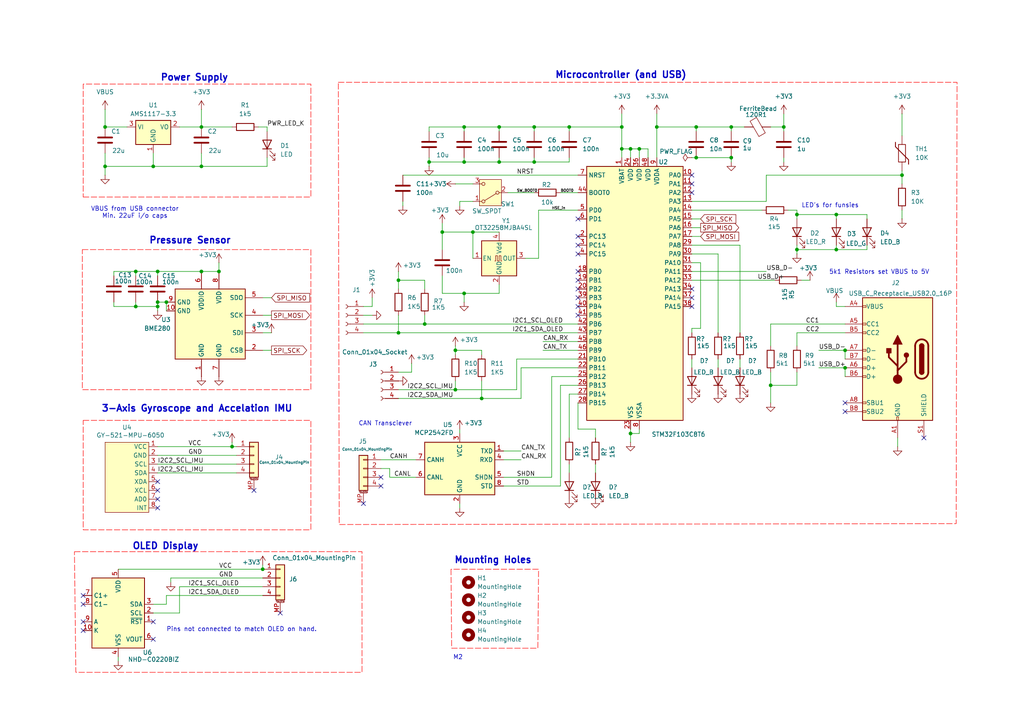
<source format=kicad_sch>
(kicad_sch (version 20250114) (generator "eeschema") (generator_version "9.0")
  (paper "A4")
  (title_block (title "EcoCar Onboarding PCB") (date "2025-09-13") (rev "0.1") (company "EcoCar"))
  (text "Pressure Sensor\n" (at 55.118 69.85 0) (effects (font (size 1.905 1.905) (thickness 0.381) (bold yes))))
  (text "OLED Display\n" (at 48.006 158.496 0) (effects (font (size 1.905 1.905) (thickness 0.381) (bold yes))))
  (text "Mounting Holes" (at 143.002 162.56 0) (effects (font (size 1.905 1.905) (thickness 0.381) (bold yes))))
  (text "Pins not connected to match OLED on hand.\n" (at 70.104 182.626 0) (effects (font (size 1.27 1.27) (thickness 0.1588))))
  (text "Microcontroller (and USB)\n" (at 180.086 21.844 0) (effects (font (size 1.905 1.905) (thickness 0.381) (bold yes))))
  (text "LED's for funsies\n" (at 240.792 59.69 0) (effects (font (size 1.27 1.27))))
  (text "Power Supply\n" (at 56.388 22.606 0) (effects (font (size 1.905 1.905) (thickness 0.381) (bold yes))))
  (text "VBUS from USB connector\nMin. 22uF i/o caps\n" (at 39.116 61.722 0) (effects (font (size 1.27 1.27))))
  (text "M2\n" (at 132.842 190.754 0) (effects (font (size 1.27 1.27) (thickness 0.1588))))
  (text "CAN Transciever" (at 111.76 122.936 0) (effects (font (size 1.27 1.27))))
  (text "3-Axis Gyroscope and Accelation IMU\n\n" (at 57.15 120.142 0) (effects (font (size 1.905 1.905) (thickness 0.381) (bold yes))))
  (text "5k1 Resistors set VBUS to 5V\n" (at 255.016 78.994 0) (effects (font (size 1.27 1.27))))
  (junction (at 144.78 46.99))
  (junction (at 154.94 46.99))
  (junction (at 132.08 101.6))
  (junction (at 212.09 45.72))
  (junction (at 30.48 36.83))
  (junction (at 134.62 36.83))
  (junction (at 245.11 106.68))
  (junction (at 242.57 72.39))
  (junction (at 231.14 62.23))
  (junction (at 45.72 87.63))
  (junction (at 58.42 48.26))
  (junction (at 30.48 48.26))
  (junction (at 134.62 85.09))
  (junction (at 201.93 45.72))
  (junction (at 115.57 81.28))
  (junction (at 63.5 78.74))
  (junction (at 182.88 125.73))
  (junction (at 182.88 43.18))
  (junction (at 58.42 36.83))
  (junction (at 128.27 67.31))
  (junction (at 44.45 48.26))
  (junction (at 212.09 36.83))
  (junction (at 261.62 50.8))
  (junction (at 137.16 67.31))
  (junction (at 165.1 36.83))
  (junction (at 124.46 46.99))
  (junction (at 132.08 113.03))
  (junction (at 144.78 36.83))
  (junction (at 242.57 62.23))
  (junction (at 39.37 78.74))
  (junction (at 227.33 36.83))
  (junction (at 48.26 87.63))
  (junction (at 134.62 46.99))
  (junction (at 39.37 88.9))
  (junction (at 58.42 78.74))
  (junction (at 45.72 78.74))
  (junction (at 223.52 111.76))
  (junction (at 201.93 36.83))
  (junction (at 139.7 115.57))
  (junction (at 154.94 36.83))
  (junction (at 180.34 43.18))
  (junction (at 245.11 101.6))
  (junction (at 231.14 72.39))
  (junction (at 190.5 36.83))
  (junction (at 185.42 43.18))
  (junction (at 123.19 93.98))
  (junction (at 76.2 165.1))
  (junction (at 45.72 88.9))
  (junction (at 180.34 36.83))
  (junction (at 67.31 129.54))
  (junction (at 115.57 96.52))
  (no_connect (at 44.45 185.42))
  (no_connect (at 110.49 138.43))
  (no_connect (at 167.64 86.36))
  (no_connect (at 167.64 81.28))
  (no_connect (at 105.41 146.05))
  (no_connect (at 24.13 180.34))
  (no_connect (at 167.64 73.66))
  (no_connect (at 167.64 83.82))
  (no_connect (at 200.66 88.9))
  (no_connect (at 200.66 83.82))
  (no_connect (at 45.72 142.24))
  (no_connect (at 81.28 177.8))
  (no_connect (at 200.66 55.88))
  (no_connect (at 167.64 71.12))
  (no_connect (at 167.64 78.74))
  (no_connect (at 167.64 91.44))
  (no_connect (at 200.66 53.34))
  (no_connect (at 245.11 116.84))
  (no_connect (at 200.66 86.36))
  (no_connect (at 110.49 140.97))
  (no_connect (at 167.64 63.5))
  (no_connect (at 73.66 142.24))
  (no_connect (at 45.72 144.78))
  (no_connect (at 45.72 139.7))
  (no_connect (at 200.66 50.8))
  (no_connect (at 167.64 88.9))
  (no_connect (at 24.13 172.72))
  (no_connect (at 45.72 147.32))
  (no_connect (at 24.13 182.88))
  (no_connect (at 167.64 68.58))
  (no_connect (at 245.11 119.38))
  (no_connect (at 44.45 180.34))
  (no_connect (at 267.97 127))
  (no_connect (at 24.13 175.26))
  (wire (pts (xy 167.64 116.84) (xy 167.64 124.46)))
  (wire (pts (xy 52.07 170.18) (xy 52.07 177.8)))
  (wire (pts (xy 242.57 62.23) (xy 242.57 63.5)))
  (wire (pts (xy 33.02 78.74) (xy 39.37 78.74)))
  (wire (pts (xy 144.78 46.99) (xy 154.94 46.99)))
  (wire (pts (xy 48.26 87.63) (xy 48.26 90.17)))
  (wire (pts (xy 200.66 78.74) (xy 222.25 78.74)))
  (wire (pts (xy 200.66 45.72) (xy 201.93 45.72)))
  (wire (pts (xy 251.46 72.39) (xy 242.57 72.39)))
  (wire (pts (xy 58.42 36.83) (xy 67.31 36.83)))
  (wire (pts (xy 261.62 50.8) (xy 222.25 50.8)))
  (wire (pts (xy 128.27 67.31) (xy 137.16 67.31)))
  (wire (pts (xy 245.11 101.6) (xy 245.11 104.14)))
  (wire (pts (xy 139.7 110.49) (xy 139.7 115.57)))
  (wire (pts (xy 157.48 99.06) (xy 167.64 99.06)))
  (wire (pts (xy 146.05 130.81) (xy 151.13 130.81)))
  (wire (pts (xy 180.34 43.18) (xy 180.34 45.72)))
  (wire (pts (xy 115.57 107.95) (xy 119.38 107.95)))
  (wire (pts (xy 124.46 46.99) (xy 124.46 48.26)))
  (wire (pts (xy 115.57 113.03) (xy 132.08 113.03)))
  (wire (pts (xy 113.03 135.89) (xy 110.49 135.89)))
  (wire (pts (xy 180.34 33.02) (xy 180.34 36.83)))
  (wire (pts (xy 182.88 43.18) (xy 185.42 43.18)))
  (wire (pts (xy 58.42 78.74) (xy 63.5 78.74)))
  (wire (pts (xy 227.33 45.72) (xy 227.33 46.99)))
  (wire (pts (xy 33.02 88.9) (xy 33.02 87.63)))
  (wire (pts (xy 147.32 55.88) (xy 154.94 55.88)))
  (wire (pts (xy 52.07 177.8) (xy 44.45 177.8)))
  (wire (pts (xy 144.78 36.83) (xy 134.62 36.83)))
  (wire (pts (xy 132.08 100.33) (xy 132.08 101.6)))
  (wire (pts (xy 151.13 106.68) (xy 167.64 106.68)))
  (wire (pts (xy 242.57 71.12) (xy 242.57 72.39)))
  (wire (pts (xy 182.88 125.73) (xy 185.42 125.73)))
  (wire (pts (xy 52.07 36.83) (xy 58.42 36.83)))
  (wire (pts (xy 123.19 93.98) (xy 167.64 93.98)))
  (wire (pts (xy 200.66 66.04) (xy 203.2 66.04)))
  (wire (pts (xy 39.37 88.9) (xy 39.37 87.63)))
  (wire (pts (xy 151.13 106.68) (xy 151.13 115.57)))
  (wire (pts (xy 144.78 46.99) (xy 134.62 46.99)))
  (wire (pts (xy 105.41 88.9) (xy 107.95 88.9)))
  (wire (pts (xy 165.1 134.62) (xy 165.1 137.16)))
  (wire (pts (xy 30.48 48.26) (xy 30.48 50.8)))
  (wire (pts (xy 167.64 109.22) (xy 160.02 109.22)))
  (wire (pts (xy 156.21 60.96) (xy 167.64 60.96)))
  (wire (pts (xy 167.64 111.76) (xy 162.56 111.76)))
  (wire (pts (xy 156.21 60.96) (xy 156.21 74.93)))
  (wire (pts (xy 231.14 96.52) (xy 245.11 96.52)))
  (wire (pts (xy 223.52 93.98) (xy 223.52 100.33)))
  (wire (pts (xy 139.7 101.6) (xy 139.7 102.87)))
  (wire (pts (xy 132.08 113.03) (xy 149.86 113.03)))
  (wire (pts (xy 105.41 96.52) (xy 115.57 96.52)))
  (wire (pts (xy 261.62 50.8) (xy 261.62 53.34)))
  (wire (pts (xy 200.66 73.66) (xy 208.28 73.66)))
  (wire (pts (xy 208.28 73.66) (xy 208.28 96.52)))
  (wire (pts (xy 63.5 76.2) (xy 63.5 78.74)))
  (wire (pts (xy 128.27 72.39) (xy 128.27 67.31)))
  (wire (pts (xy 223.52 111.76) (xy 231.14 111.76)))
  (wire (pts (xy 182.88 125.73) (xy 182.88 124.46)))
  (wire (pts (xy 45.72 78.74) (xy 58.42 78.74)))
  (wire (pts (xy 45.72 134.62) (xy 68.58 134.62)))
  (wire (pts (xy 154.94 36.83) (xy 154.94 38.1)))
  (wire (pts (xy 162.56 140.97) (xy 146.05 140.97)))
  (wire (pts (xy 242.57 87.63) (xy 242.57 88.9)))
  (wire (pts (xy 165.1 36.83) (xy 165.1 38.1)))
  (wire (pts (xy 180.34 43.18) (xy 182.88 43.18)))
  (wire (pts (xy 134.62 46.99) (xy 124.46 46.99)))
  (wire (pts (xy 134.62 45.72) (xy 134.62 46.99)))
  (wire (pts (xy 39.37 88.9) (xy 45.72 88.9)))
  (wire (pts (xy 223.52 107.95) (xy 223.52 111.76)))
  (wire (pts (xy 113.03 138.43) (xy 113.03 135.89)))
  (wire (pts (xy 200.66 104.14) (xy 200.66 106.68)))
  (wire (pts (xy 237.49 106.68) (xy 245.11 106.68)))
  (wire (pts (xy 152.4 74.93) (xy 156.21 74.93)))
  (wire (pts (xy 76.2 86.36) (xy 78.74 86.36)))
  (wire (pts (xy 231.14 73.66) (xy 231.14 72.39)))
  (wire (pts (xy 105.41 91.44) (xy 107.95 91.44)))
  (wire (pts (xy 167.64 101.6) (xy 157.48 101.6)))
  (wire (pts (xy 116.84 50.8) (xy 167.64 50.8)))
  (wire (pts (xy 231.14 62.23) (xy 242.57 62.23)))
  (wire (pts (xy 77.47 45.72) (xy 77.47 48.26)))
  (wire (pts (xy 128.27 64.77) (xy 128.27 67.31)))
  (wire (pts (xy 200.66 63.5) (xy 203.2 63.5)))
  (wire (pts (xy 39.37 78.74) (xy 39.37 80.01)))
  (wire (pts (xy 39.37 78.74) (xy 45.72 78.74)))
  (wire (pts (xy 49.53 167.64) (xy 76.2 167.64)))
  (wire (pts (xy 185.42 125.73) (xy 185.42 124.46)))
  (wire (pts (xy 124.46 36.83) (xy 124.46 38.1)))
  (wire (pts (xy 167.64 124.46) (xy 172.72 124.46)))
  (wire (pts (xy 45.72 137.16) (xy 68.58 137.16)))
  (wire (pts (xy 74.93 36.83) (xy 77.47 36.83)))
  (wire (pts (xy 182.88 43.18) (xy 182.88 45.72)))
  (wire (pts (xy 44.45 48.26) (xy 58.42 48.26)))
  (wire (pts (xy 133.35 58.42) (xy 137.16 58.42)))
  (wire (pts (xy 33.02 88.9) (xy 39.37 88.9)))
  (wire (pts (xy 45.72 87.63) (xy 48.26 87.63)))
  (wire (pts (xy 132.08 101.6) (xy 132.08 102.87)))
  (wire (pts (xy 231.14 72.39) (xy 231.14 71.12)))
  (wire (pts (xy 110.49 133.35) (xy 120.65 133.35)))
  (wire (pts (xy 187.96 43.18) (xy 187.96 45.72)))
  (wire (pts (xy 48.26 172.72) (xy 48.26 175.26)))
  (wire (pts (xy 172.72 134.62) (xy 172.72 137.16)))
  (wire (pts (xy 134.62 36.83) (xy 134.62 38.1)))
  (wire (pts (xy 132.08 53.34) (xy 137.16 53.34)))
  (wire (pts (xy 227.33 33.02) (xy 227.33 36.83)))
  (wire (pts (xy 227.33 36.83) (xy 223.52 36.83)))
  (wire (pts (xy 223.52 111.76) (xy 223.52 116.84)))
  (wire (pts (xy 160.02 109.22) (xy 160.02 138.43)))
  (wire (pts (xy 45.72 132.08) (xy 68.58 132.08)))
  (wire (pts (xy 231.14 62.23) (xy 231.14 63.5)))
  (wire (pts (xy 162.56 111.76) (xy 162.56 140.97)))
  (wire (pts (xy 214.63 104.14) (xy 214.63 106.68)))
  (wire (pts (xy 190.5 36.83) (xy 190.5 45.72)))
  (wire (pts (xy 231.14 100.33) (xy 231.14 96.52)))
  (wire (pts (xy 132.08 101.6) (xy 139.7 101.6)))
  (wire (pts (xy 203.2 95.25) (xy 200.66 95.25)))
  (wire (pts (xy 200.66 76.2) (xy 203.2 76.2)))
  (wire (pts (xy 137.16 67.31) (xy 137.16 74.93)))
  (wire (pts (xy 105.41 93.98) (xy 123.19 93.98)))
  (wire (pts (xy 76.2 163.83) (xy 76.2 165.1)))
  (wire (pts (xy 58.42 44.45) (xy 58.42 48.26)))
  (wire (pts (xy 223.52 93.98) (xy 245.11 93.98)))
  (wire (pts (xy 132.08 110.49) (xy 132.08 113.03)))
  (wire (pts (xy 144.78 82.55) (xy 144.78 85.09)))
  (wire (pts (xy 44.45 44.45) (xy 44.45 48.26)))
  (wire (pts (xy 200.66 81.28) (xy 224.79 81.28)))
  (wire (pts (xy 119.38 105.41) (xy 119.38 107.95)))
  (wire (pts (xy 201.93 36.83) (xy 201.93 38.1)))
  (wire (pts (xy 212.09 36.83) (xy 215.9 36.83)))
  (wire (pts (xy 200.66 71.12) (xy 214.63 71.12)))
  (wire (pts (xy 149.86 104.14) (xy 167.64 104.14)))
  (wire (pts (xy 208.28 104.14) (xy 208.28 106.68)))
  (wire (pts (xy 45.72 88.9) (xy 45.72 87.63)))
  (wire (pts (xy 203.2 76.2) (xy 203.2 95.25)))
  (wire (pts (xy 128.27 85.09) (xy 134.62 85.09)))
  (wire (pts (xy 115.57 115.57) (xy 139.7 115.57)))
  (wire (pts (xy 76.2 91.44) (xy 78.74 91.44)))
  (wire (pts (xy 261.62 33.02) (xy 261.62 39.37)))
  (wire (pts (xy 228.6 60.96) (xy 231.14 60.96)))
  (wire (pts (xy 190.5 36.83) (xy 201.93 36.83)))
  (wire (pts (xy 165.1 36.83) (xy 154.94 36.83)))
  (wire (pts (xy 251.46 62.23) (xy 251.46 63.5)))
  (wire (pts (xy 261.62 49.53) (xy 261.62 50.8)))
  (wire (pts (xy 45.72 90.17) (xy 45.72 88.9)))
  (wire (pts (xy 34.29 165.1) (xy 76.2 165.1)))
  (wire (pts (xy 34.29 190.5) (xy 34.29 191.77)))
  (wire (pts (xy 137.16 67.31) (xy 144.78 67.31)))
  (wire (pts (xy 251.46 71.12) (xy 251.46 72.39)))
  (wire (pts (xy 115.57 83.82) (xy 115.57 81.28)))
  (wire (pts (xy 185.42 43.18) (xy 185.42 45.72)))
  (wire (pts (xy 144.78 36.83) (xy 154.94 36.83)))
  (wire (pts (xy 113.03 138.43) (xy 120.65 138.43)))
  (wire (pts (xy 76.2 96.52) (xy 78.74 96.52)))
  (wire (pts (xy 231.14 60.96) (xy 231.14 62.23)))
  (wire (pts (xy 190.5 33.02) (xy 190.5 36.83)))
  (wire (pts (xy 58.42 31.75) (xy 58.42 36.83)))
  (wire (pts (xy 123.19 81.28) (xy 115.57 81.28)))
  (wire (pts (xy 260.35 127) (xy 260.35 129.54)))
  (wire (pts (xy 162.56 55.88) (xy 167.64 55.88)))
  (wire (pts (xy 222.25 58.42) (xy 200.66 58.42)))
  (wire (pts (xy 133.35 125.73) (xy 133.35 124.46)))
  (wire (pts (xy 165.1 114.3) (xy 165.1 127)))
  (wire (pts (xy 231.14 107.95) (xy 231.14 111.76)))
  (wire (pts (xy 107.95 86.36) (xy 107.95 88.9)))
  (wire (pts (xy 115.57 91.44) (xy 115.57 96.52)))
  (wire (pts (xy 144.78 45.72) (xy 144.78 46.99)))
  (wire (pts (xy 165.1 46.99) (xy 154.94 46.99)))
  (wire (pts (xy 201.93 36.83) (xy 212.09 36.83)))
  (wire (pts (xy 144.78 36.83) (xy 144.78 38.1)))
  (wire (pts (xy 115.57 78.74) (xy 115.57 81.28)))
  (wire (pts (xy 212.09 45.72) (xy 212.09 46.99)))
  (wire (pts (xy 133.35 147.32) (xy 133.35 146.05)))
  (wire (pts (xy 200.66 95.25) (xy 200.66 96.52)))
  (wire (pts (xy 115.57 96.52) (xy 167.64 96.52)))
  (wire (pts (xy 30.48 36.83) (xy 36.83 36.83)))
  (wire (pts (xy 49.53 167.64) (xy 49.53 168.91)))
  (wire (pts (xy 261.62 60.96) (xy 261.62 63.5)))
  (wire (pts (xy 134.62 85.09) (xy 144.78 85.09)))
  (wire (pts (xy 227.33 36.83) (xy 227.33 38.1)))
  (wire (pts (xy 67.31 128.27) (xy 67.31 129.54)))
  (wire (pts (xy 68.58 129.54) (xy 67.31 129.54)))
  (wire (pts (xy 30.48 48.26) (xy 44.45 48.26)))
  (wire (pts (xy 185.42 43.18) (xy 187.96 43.18)))
  (wire (pts (xy 180.34 36.83) (xy 180.34 43.18)))
  (wire (pts (xy 172.72 124.46) (xy 172.72 127)))
  (wire (pts (xy 182.88 125.73) (xy 182.88 128.27)))
  (wire (pts (xy 180.34 36.83) (xy 165.1 36.83)))
  (wire (pts (xy 30.48 44.45) (xy 30.48 48.26)))
  (wire (pts (xy 154.94 45.72) (xy 154.94 46.99)))
  (wire (pts (xy 123.19 91.44) (xy 123.19 93.98)))
  (wire (pts (xy 67.31 129.54) (xy 45.72 129.54)))
  (wire (pts (xy 242.57 72.39) (xy 231.14 72.39)))
  (wire (pts (xy 222.25 50.8) (xy 222.25 58.42)))
  (wire (pts (xy 200.66 60.96) (xy 220.98 60.96)))
  (wire (pts (xy 146.05 133.35) (xy 151.13 133.35)))
  (wire (pts (xy 77.47 36.83) (xy 77.47 38.1)))
  (wire (pts (xy 128.27 80.01) (xy 128.27 85.09)))
  (wire (pts (xy 237.49 101.6) (xy 245.11 101.6)))
  (wire (pts (xy 165.1 45.72) (xy 165.1 46.99)))
  (wire (pts (xy 116.84 59.69) (xy 116.84 58.42)))
  (wire (pts (xy 200.66 68.58) (xy 203.2 68.58)))
  (wire (pts (xy 245.11 106.68) (xy 245.11 109.22)))
  (wire (pts (xy 134.62 36.83) (xy 124.46 36.83)))
  (wire (pts (xy 134.62 85.09) (xy 134.62 87.63)))
  (wire (pts (xy 133.35 59.69) (xy 133.35 58.42)))
  (wire (pts (xy 30.48 31.75) (xy 30.48 36.83)))
  (wire (pts (xy 33.02 78.74) (xy 33.02 80.01)))
  (wire (pts (xy 167.64 114.3) (xy 165.1 114.3)))
  (wire (pts (xy 123.19 83.82) (xy 123.19 81.28)))
  (wire (pts (xy 139.7 115.57) (xy 151.13 115.57)))
  (wire (pts (xy 48.26 172.72) (xy 76.2 172.72)))
  (wire (pts (xy 77.47 48.26) (xy 58.42 48.26)))
  (wire (pts (xy 212.09 36.83) (xy 212.09 38.1)))
  (wire (pts (xy 45.72 78.74) (xy 45.72 80.01)))
  (wire (pts (xy 234.95 81.28) (xy 232.41 81.28)))
  (wire (pts (xy 201.93 45.72) (xy 212.09 45.72)))
  (wire (pts (xy 52.07 170.18) (xy 76.2 170.18)))
  (wire (pts (xy 242.57 62.23) (xy 251.46 62.23)))
  (wire (pts (xy 214.63 71.12) (xy 214.63 96.52)))
  (wire (pts (xy 242.57 88.9) (xy 245.11 88.9)))
  (wire (pts (xy 146.05 138.43) (xy 160.02 138.43)))
  (wire (pts (xy 149.86 113.03) (xy 149.86 104.14)))
  (wire (pts (xy 78.74 101.6) (xy 76.2 101.6)))
  (wire (pts (xy 48.26 175.26) (xy 44.45 175.26)))
  (wire (pts (xy 124.46 45.72) (xy 124.46 46.99)))
  (label "CANH" (at 113.03 133.35 0))
  (label "GND" (at 54.61 132.08 0))
  (label "CC1" (at 233.68 93.98 0))
  (label "I2C2_SCL_IMU" (at 45.72 134.62 0))
  (label "CAN_RX" (at 151.13 133.35 0))
  (label "CC2" (at 233.68 96.52 0))
  (label "USB_D+" (at 219.71 81.28 0))
  (label "USB_D-" (at 237.49 101.6 0))
  (label "CAN_RX" (at 157.48 99.06 0))
  (label "PWR_LED_K" (at 77.47 36.83 0))
  (label "GND" (at 63.5 167.64 0))
  (label "I2C1_SDA_OLED" (at 148.59 96.52 0))
  (label "CAN_TX" (at 157.48 101.6 0))
  (label "I2C1_SDA_OLED" (at 54.61 172.72 0))
  (label "I2C2_SCL_IMU" (at 118.11 113.03 0))
  (label "USB_D-" (at 222.25 78.74 0))
  (label "CAN_TX" (at 151.13 130.81 0))
  (label "HSE_in" (at 160.02 60.96 0) (effects (font (size 0.762 0.762))))
  (label "I2C2_SCL_IMU" (at 45.72 137.16 0))
  (label "STD" (at 149.86 140.97 0))
  (label "USB_D+" (at 237.49 106.68 0))
  (label "CANL" (at 114.3 138.43 0))
  (label "BOOT0" (at 162.56 55.88 0) (effects (font (size 0.762 0.762))))
  (label "SW_BOOT0" (at 149.86 55.88 0) (effects (font (size 0.762 0.762))))
  (label "I2C1_SCL_OLED" (at 148.59 93.98 0))
  (label "I2C1_SCL_OLED" (at 54.61 170.18 0))
  (label "VCC" (at 63.5 165.1 0))
  (label "VCC" (at 54.61 129.54 0))
  (label "NRST" (at 149.86 50.8 0))
  (label "SHDN" (at 149.86 138.43 0))
  (label "I2C2_SDA_IMU" (at 118.11 115.57 0))
  (global_label "SPI_MISO" (shape output) (at 203.2 66.04 0) (property "Intersheetrefs" "${INTERSHEET_REFS}" (effects (hide yes))))
  (global_label "SPI_MOSI" (shape input) (at 203.2 68.58 0) (property "Intersheetrefs" "${INTERSHEET_REFS}" (effects (hide yes))))
  (global_label "SPI_SCK" (shape output) (at 78.74 101.6 0) (property "Intersheetrefs" "${INTERSHEET_REFS}" (effects (hide yes))))
  (global_label "SPI_MISO" (shape input) (at 78.74 86.36 0) (property "Intersheetrefs" "${INTERSHEET_REFS}" (effects (hide yes))))
  (global_label "SPI_SCK" (shape input) (at 203.2 63.5 0) (property "Intersheetrefs" "${INTERSHEET_REFS}" (effects (hide yes))))
  (global_label "SPI_MOSI" (shape output) (at 78.74 91.44 0) (property "Intersheetrefs" "${INTERSHEET_REFS}" (effects (hide yes))))
  (rule_area (polyline (pts (xy 24.13 57.15) (xy 90.17 57.15) (xy 90.17 24.384) (xy 24.13 24.384)) (stroke (width 0) (type dash))))
  (rule_area (polyline (pts (xy 23.876 72.39) (xy 90.17 72.39) (xy 90.17 113.03) (xy 23.876 113.03)) (stroke (width 0) (type dash))))
  (rule_area (polyline (pts (xy 98.133 23.864) (xy 277.584 23.864) (xy 277.33 151.88) (xy 98.387 152.134)) (stroke (width 0) (type dash))))
  (rule_area (polyline (pts (xy 24.13 121.92) (xy 90.17 121.92) (xy 90.17 153.67) (xy 24.13 153.67)) (stroke (width 0) (type dash))))
  (rule_area (polyline (pts (xy 21.59 160.02) (xy 105 160) (xy 105 195) (xy 22 195)) (stroke (width 0) (type dash))))
  (rule_area (polyline (pts (xy 130.81 165.1) (xy 131 188) (xy 156 188) (xy 156.21 165.1)) (stroke (width 0) (type dash))))
  (symbol (lib_id "Device:C") (at 165.1 41.91 0) (unit 1)
    (property "Reference" "C7" (at 168.91 40.6399 0) (effects (justify left)))
    (property "Value" "100n" (at 168.91 43.1799 0) (effects (justify left)))
    (property "Footprint" "Capacitor_SMD:C_0805_2012Metric_Pad1.18x1.45mm_HandSolder" (effects (hide yes)))
    (property "Description" "Unpolarized capacitor" (effects (hide yes)))
  )
  (symbol (lib_id "power:GND") (at 45.72 90.17 0) (unit 1)
    (property "Reference" "#PWR023" (effects (hide yes)))
    (property "Value" "GND" (effects (hide yes)))
    (property "Description" "Power symbol creates a global label with name \"GND\" , ground" (effects (hide yes)))
  )
  (symbol (lib_id "Device:Thermistor") (at 261.62 44.45 0) (unit 1)
    (property "Reference" "TH1" (at 265.43 43.1799 0) (effects (justify left)))
    (property "Value" "10K" (at 265.43 45.7199 0) (effects (justify left)))
    (property "Footprint" "LED_THT:LED_D4.0mm" (effects (hide yes)))
    (property "Description" "Temperature dependent resistor" (effects (hide yes)))
  )
  (symbol (lib_id "MCU_ST_STM32F1:STM32F103C8Tx") (at 182.88 86.36 0) (unit 1)
    (property "Reference" "U2" (at 191.008 46.99 0) (effects (justify left)))
    (property "Value" "STM32F103C8T6" (at 188.976 125.984 0) (effects (justify left)))
    (property "Footprint" "Package_QFP:LQFP-48_7x7mm_P0.5mm" (effects (hide yes)))
    (property "Datasheet" "https://www.st.com/resource/en/datasheet/stm32f103c8.pdf" (effects (hide yes)))
    (property "Description" "STMicroelectronics Arm Cortex-M3 MCU, 64KB flash, 20KB RAM, 72 MHz, 2.0-3.6V, 37 GPIO, LQFP48" (effects (hide yes)))
  )
  (symbol (lib_id "Device:LED") (at 251.46 67.31 90) (unit 1)
    (property "Reference" "D4" (at 255.27 67.6274 90) (effects (justify right)))
    (property "Value" "LED_B" (at 255.27 70.1674 90) (effects (justify right)))
    (property "Footprint" "LED_SMD:LED_0603_1608Metric_Pad1.05x0.95mm_HandSolder" (effects (hide yes)))
    (property "Description" "Light emitting diode" (effects (hide yes)))
    (property "Sim.Pins" "1=K 2=A" (effects (hide yes)))
  )
  (symbol (lib_id "power:GND") (at 260.35 129.54 0) (unit 1)
    (property "Reference" "#PWR035" (effects (hide yes)))
    (property "Value" "GND" (effects (hide yes)))
    (property "Description" "Power symbol creates a global label with name \"GND\" , ground" (effects (hide yes)))
  )
  (symbol (lib_id "power:GND") (at 58.42 109.22 0) (unit 1)
    (property "Reference" "#PWR028" (effects (hide yes)))
    (property "Value" "GND" (effects (hide yes)))
    (property "Description" "Power symbol creates a global label with name \"GND\" , ground" (effects (hide yes)))
  )
  (symbol (lib_id "power:GND") (at 134.62 87.63 0) (unit 1)
    (property "Reference" "#PWR021" (effects (hide yes)))
    (property "Value" "GND" (effects (hide yes)))
    (property "Description" "Power symbol creates a global label with name \"GND\" , ground" (effects (hide yes)))
  )
  (symbol (lib_id "Connector:USB_C_Receptacle_USB2.0_16P") (at 260.35 104.14 0) (mirror y) (unit 1)
    (property "Reference" "J2" (at 258.572 82.042 0) (effects (justify right)))
    (property "Value" "USB_C_Receptacle_USB2.0_16P" (at 246.126 85.09 0) (effects (justify right)))
    (property "Footprint" "Connector_USB:USB_C_Receptacle_Palconn_UTC16-G" (effects (hide yes)))
    (property "Datasheet" "https://www.usb.org/sites/default/files/documents/usb_type-c.zip" (effects (hide yes)))
    (property "Description" "USB 2.0-only 16P Type-C Receptacle connector" (effects (hide yes)))
  )
  (symbol (lib_id "Device:C") (at 212.09 41.91 0) (unit 1)
    (property "Reference" "C9" (at 215.392 40.894 0) (effects (justify left)))
    (property "Value" "1u" (at 215.392 42.926 0) (effects (justify left)))
    (property "Footprint" "Capacitor_SMD:C_0805_2012Metric_Pad1.18x1.45mm_HandSolder" (effects (hide yes)))
    (property "Description" "Unpolarized capacitor" (effects (hide yes)))
  )
  (symbol (lib_id "Connector_Generic_MountingPin:Conn_01x04_MountingPin") (at 73.66 132.08 0) (unit 1)
    (property "Reference" "J4" (at 79.756 132.588 0) (effects (justify left)))
    (property "Value" "Conn_01x04_MountingPin" (at 75.184 134.112 0) (effects (font (size 0.762 0.762)) (justify left)))
    (property "Description" "Generic connectable mounting pin connector, single row, 01x04, script generated (kicad-library-utils/schlib/autogen/connector/)" (effects (hide yes)))
  )
  (symbol (lib_id "Mechanical:MountingHole") (at 135.89 168.91 0) (unit 1) (in_bom no)
    (property "Reference" "H1" (at 138.43 167.6399 0) (effects (justify left)))
    (property "Value" "MountingHole" (at 138.43 170.1799 0) (effects (justify left)))
    (property "Footprint" "MountingHole:MountingHole_2.2mm_M2" (effects (hide yes)))
    (property "Description" "Mounting Hole without connection" (effects (hide yes)))
  )
  (symbol (lib_id "Device:R") (at 158.75 55.88 90) (unit 1)
    (property "Reference" "R2" (at 158.496 53.594 90))
    (property "Value" "10k" (at 158.75 58.674 90))
    (property "Footprint" "Resistor_SMD:R_0805_2012Metric_Pad1.20x1.40mm_HandSolder" (effects (hide yes)))
    (property "Description" "Resistor" (effects (hide yes)))
  )
  (symbol (lib_id "power:GND") (at 107.95 91.44 90) (unit 1)
    (property "Reference" "#PWR024" (effects (hide yes)))
    (property "Value" "GND" (effects (hide yes)))
    (property "Description" "Power symbol creates a global label with name \"GND\" , ground" (effects (hide yes)))
  )
  (symbol (lib_id "Device:R") (at 115.57 87.63 0) (unit 1)
    (property "Reference" "R6" (at 118.11 86.3599 0) (effects (justify left)))
    (property "Value" "1K5" (at 118.11 88.8999 0) (effects (justify left)))
    (property "Footprint" "Resistor_SMD:R_0805_2012Metric_Pad1.20x1.40mm_HandSolder" (effects (hide yes)))
    (property "Description" "Resistor" (effects (hide yes)))
  )
  (symbol (lib_id "Sensor:BME280") (at 60.96 93.98 0) (unit 1)
    (property "Reference" "U3" (at 49.53 92.7099 0) (effects (justify right)))
    (property "Value" "BME280" (at 49.53 95.2499 0) (effects (justify right)))
    (property "Footprint" "Package_LGA:Rohm_MLGA010V020A_LGA-10_2x2mm_P0.45mm_LayoutBorder2x3y" (effects (hide yes)))
    (property "Datasheet" "https://www.bosch-sensortec.com/media/boschsensortec/downloads/datasheets/bst-bme280-ds002.pdf" (effects (hide yes)))
    (property "Description" "3-in-1 sensor, humidity, pressure, temperature, I2C and SPI interface, 1.71-3.6V, LGA-8" (effects (hide yes)))
  )
  (symbol (lib_id "power:+3V3") (at 234.95 81.28 0) (unit 1)
    (property "Reference" "#PWR016" (effects (hide yes)))
    (property "Value" "+3V3" (at 234.442 77.724 0))
    (property "Description" "Power symbol creates a global label with name \"+3V3\"" (effects (hide yes)))
  )
  (symbol (lib_id "power:+3V3") (at 133.35 124.46 0) (unit 1)
    (property "Reference" "#PWR032" (effects (hide yes)))
    (property "Value" "+3V3" (at 134.62 122.682 0) (effects (justify left)))
    (property "Description" "Power symbol creates a global label with name \"+3V3\"" (effects (hide yes)))
  )
  (symbol (lib_id "Switch:SW_SPDT") (at 142.24 55.88 180) (unit 1)
    (property "Reference" "SW1" (at 147.32 59.182 0))
    (property "Value" "SW_SPDT" (at 141.224 61.214 0))
    (property "Footprint" "Button_Switch_SMD:SW_SPDT_CK_JS102011SAQN" (effects (hide yes)))
    (property "Description" "Switch, single pole double throw" (effects (hide yes)))
  )
  (symbol (lib_id "Device:C") (at 134.62 41.91 0) (unit 1)
    (property "Reference" "C4" (at 138.43 40.6399 0) (effects (justify left)))
    (property "Value" "100n" (at 138.43 43.1799 0) (effects (justify left)))
    (property "Footprint" "Capacitor_SMD:C_0805_2012Metric_Pad1.18x1.45mm_HandSolder" (effects (hide yes)))
    (property "Description" "Unpolarized capacitor" (effects (hide yes)))
  )
  (symbol (lib_id "power:PWR_FLAG") (at 200.66 45.72 90) (unit 1)
    (property "Reference" "#FLG01" (effects (hide yes)))
    (property "Value" "PWR_FLAG" (at 200.914 43.942 90) (effects (justify left)))
    (property "Description" "Special symbol for telling ERC where power comes from" (effects (hide yes)))
  )
  (symbol (lib_id "Device:LED") (at 214.63 110.49 90) (unit 1)
    (property "Reference" "D?" (at 216.916 104.648 90) (effects (justify right)))
    (property "Value" "LED_B" (at 215.138 107.95 90) (effects (justify right)))
    (property "Footprint" "LED_SMD:LED_0603_1608Metric_Pad1.05x0.95mm_HandSolder" (effects (hide yes)))
    (property "Description" "Light emitting diode" (effects (hide yes)))
    (property "Sim.Pins" "1=K 2=A" (effects (hide yes)))
  )
  (symbol (lib_id "power:GND") (at 261.62 63.5 0) (unit 1)
    (property "Reference" "#PWR014" (effects (hide yes)))
    (property "Value" "GND" (effects (hide yes)))
    (property "Description" "Power symbol creates a global label with name \"GND\" , ground" (effects (hide yes)))
  )
  (symbol (lib_id "power:GND") (at 182.88 128.27 0) (unit 1)
    (property "Reference" "#PWR034" (effects (hide yes)))
    (property "Value" "GND" (effects (hide yes)))
    (property "Description" "Power symbol creates a global label with name \"GND\" , ground" (effects (hide yes)))
  )
  (symbol (lib_id "Device:R") (at 139.7 106.68 0) (unit 1)
    (property "Reference" "R11" (at 142.24 105.4099 0) (effects (justify left)))
    (property "Value" "1K5" (at 142.24 107.9499 0) (effects (justify left)))
    (property "Footprint" "Resistor_SMD:R_0805_2012Metric_Pad1.20x1.40mm_HandSolder" (effects (hide yes)))
    (property "Description" "Resistor" (effects (hide yes)))
  )
  (symbol (lib_id "power:GND") (at 231.14 73.66 0) (unit 1)
    (property "Reference" "#PWR017" (effects (hide yes)))
    (property "Value" "GND" (effects (hide yes)))
    (property "Description" "Power symbol creates a global label with name \"GND\" , ground" (effects (hide yes)))
  )
  (symbol (lib_id "power:VBUS") (at 30.48 31.75 0) (unit 1)
    (property "Reference" "#PWR01" (effects (hide yes)))
    (property "Value" "VBUS" (at 30.48 26.67 0))
    (property "Description" "Power symbol creates a global label with name \"VBUS\"" (effects (hide yes)))
  )
  (symbol (lib_id "Device:LED") (at 172.72 140.97 90) (unit 1)
    (property "Reference" "D?" (at 176.53 141.2874 90) (effects (justify right)))
    (property "Value" "LED_B" (at 176.53 143.8274 90) (effects (justify right)))
    (property "Footprint" "LED_SMD:LED_0603_1608Metric_Pad1.05x0.95mm_HandSolder" (effects (hide yes)))
    (property "Description" "Light emitting diode" (effects (hide yes)))
    (property "Sim.Pins" "1=K 2=A" (effects (hide yes)))
  )
  (symbol (lib_id "power:GND") (at 200.66 114.3 0) (unit 1)
    (property "Reference" "#PWR042" (effects (hide yes)))
    (property "Value" "GND" (effects (hide yes)))
    (property "Description" "Power symbol creates a global label with name \"GND\" , ground" (effects (hide yes)))
  )
  (symbol (lib_id "power:GND") (at 115.57 110.49 90) (unit 1)
    (property "Reference" "#PWR030" (effects (hide yes)))
    (property "Value" "GND" (effects (hide yes)))
    (property "Description" "Power symbol creates a global label with name \"GND\" , ground" (effects (hide yes)))
  )
  (symbol (lib_id "power:+3V3") (at 67.31 128.27 0) (unit 1)
    (property "Reference" "#PWR033" (effects (hide yes)))
    (property "Value" "+3V3" (at 64.008 125.984 0))
    (property "Description" "Power symbol creates a global label with name \"+3V3\"" (effects (hide yes)))
  )
  (symbol (lib_id "Mechanical:MountingHole") (at 135.89 173.99 0) (unit 1) (in_bom no)
    (property "Reference" "H2" (at 138.43 172.7199 0) (effects (justify left)))
    (property "Value" "MountingHole" (at 138.43 175.2599 0) (effects (justify left)))
    (property "Footprint" "MountingHole:MountingHole_2.2mm_M2" (effects (hide yes)))
    (property "Description" "Mounting Hole without connection" (effects (hide yes)))
  )
  (symbol (lib_id "power:GND") (at 212.09 46.99 0) (unit 1)
    (property "Reference" "#PWR07" (effects (hide yes)))
    (property "Value" "GND" (effects (hide yes)))
    (property "Description" "Power symbol creates a global label with name \"GND\" , ground" (effects (hide yes)))
  )
  (symbol (lib_id "power:GND") (at 34.29 191.77 0) (unit 1)
    (property "Reference" "#PWR039" (effects (hide yes)))
    (property "Value" "GND" (effects (hide yes)))
    (property "Description" "Power symbol creates a global label with name \"GND\" , ground" (effects (hide yes)))
  )
  (symbol (lib_id "Mechanical:MountingHole") (at 135.89 184.15 0) (unit 1) (in_bom no)
    (property "Reference" "H4" (at 138.43 182.8799 0) (effects (justify left)))
    (property "Value" "MountingHole" (at 138.43 185.4199 0) (effects (justify left)))
    (property "Footprint" "MountingHole:MountingHole_2.2mm_M2" (effects (hide yes)))
    (property "Description" "Mounting Hole without connection" (effects (hide yes)))
  )
  (symbol (lib_id "power:+3V3") (at 115.57 78.74 0) (unit 1)
    (property "Reference" "#PWR019" (effects (hide yes)))
    (property "Value" "+3V3" (at 116.84 76.962 0) (effects (justify left)))
    (property "Description" "Power symbol creates a global label with name \"+3V3\"" (effects (hide yes)))
  )
  (symbol (lib_id "Mechanical:MountingHole") (at 135.89 179.07 0) (unit 1) (in_bom no)
    (property "Reference" "H3" (at 138.43 177.7999 0) (effects (justify left)))
    (property "Value" "MountingHole" (at 138.43 180.3399 0) (effects (justify left)))
    (property "Footprint" "MountingHole:MountingHole_2.2mm_M2" (effects (hide yes)))
    (property "Description" "Mounting Hole without connection" (effects (hide yes)))
  )
  (symbol (lib_id "power:+3.3VA") (at 190.5 33.02 0) (unit 1)
    (property "Reference" "#PWR04" (effects (hide yes)))
    (property "Value" "+3.3VA" (at 190.5 27.94 0))
    (property "Description" "Power symbol creates a global label with name \"+3.3VA\"" (effects (hide yes)))
  )
  (symbol (lib_id "power:GND") (at 116.84 59.69 0) (unit 1)
    (property "Reference" "#PWR012" (effects (hide yes)))
    (property "Value" "GND" (effects (hide yes)))
    (property "Description" "Power symbol creates a global label with name \"GND\" , ground" (effects (hide yes)))
  )
  (symbol (lib_id "power:+3V3") (at 128.27 64.77 0) (unit 1)
    (property "Reference" "#PWR015" (effects (hide yes)))
    (property "Value" "+3V3" (at 124.968 60.96 0) (effects (justify left)))
    (property "Description" "Power symbol creates a global label with name \"+3V3\"" (effects (hide yes)))
  )
  (symbol (lib_id "Regulator_Linear:AMS1117-3.3") (at 44.45 36.83 0) (unit 1)
    (property "Reference" "U1" (at 44.45 30.48 0))
    (property "Value" "AMS1117-3.3" (at 44.45 33.02 0))
    (property "Footprint" "Package_TO_SOT_SMD:SOT-223-3_TabPin2" (effects (hide yes)))
    (property "Datasheet" "http://www.advanced-monolithic.com/pdf/ds1117.pdf" (effects (hide yes)))
    (property "Description" "1A Low Dropout regulator, positive, 3.3V fixed output, SOT-223" (effects (hide yes)))
  )
  (symbol (lib_id "power:GND") (at 133.35 59.69 0) (unit 1)
    (property "Reference" "#PWR013" (effects (hide yes)))
    (property "Value" "GND" (effects (hide yes)))
    (property "Description" "Power symbol creates a global label with name \"GND\" , ground" (effects (hide yes)))
  )
  (symbol (lib_id "Device:R") (at 228.6 81.28 270) (unit 1)
    (property "Reference" "R5" (at 229.616 84.074 0) (effects (justify left)))
    (property "Value" "1k5" (at 227.584 83.566 0) (effects (justify left)))
    (property "Footprint" "Resistor_SMD:R_0805_2012Metric_Pad1.20x1.40mm_HandSolder" (effects (hide yes)))
    (property "Description" "Resistor" (effects (hide yes)))
  )
  (symbol (lib_id "Device:LED") (at 242.57 67.31 90) (unit 1)
    (property "Reference" "D3" (at 245.618 67.818 90) (effects (justify right)))
    (property "Value" "LED_G" (at 245.364 70.612 90) (effects (justify right)))
    (property "Footprint" "LED_SMD:LED_0603_1608Metric_Pad1.05x0.95mm_HandSolder" (effects (hide yes)))
    (property "Description" "Light emitting diode" (effects (hide yes)))
    (property "Sim.Pins" "1=K 2=A" (effects (hide yes)))
  )
  (symbol (lib_id "Device:R") (at 224.79 60.96 270) (unit 1)
    (property "Reference" "R4" (at 224.536 63.5 90))
    (property "Value" "1k5" (at 224.536 65.786 90))
    (property "Footprint" "Resistor_SMD:R_0805_2012Metric_Pad1.20x1.40mm_HandSolder" (effects (hide yes)))
    (property "Description" "Resistor" (effects (hide yes)))
  )
  (symbol (lib_id "Device:FerriteBead") (at 219.71 36.83 270) (mirror x) (unit 1)
    (property "Reference" "120R1" (at 216.154 33.274 90) (effects (justify left)))
    (property "Value" "FerriteBead" (at 214.376 31.496 90) (effects (justify left)))
    (property "Footprint" "Ferrite_THT:LairdTech_28C0236-0JW-10" (effects (hide yes)))
    (property "Description" "Ferrite bead" (effects (hide yes)))
  )
  (symbol (lib_id "power:+3V3") (at 107.95 86.36 0) (unit 1)
    (property "Reference" "#PWR020" (effects (hide yes)))
    (property "Value" "+3V3" (at 107.95 83.312 90) (effects (justify left)))
    (property "Description" "Power symbol creates a global label with name \"+3V3\"" (effects (hide yes)))
  )
  (symbol (lib_id "Device:R") (at 132.08 106.68 0) (unit 1)
    (property "Reference" "R10" (at 134.62 105.4099 0) (effects (justify left)))
    (property "Value" "1K5" (at 134.62 107.9499 0) (effects (justify left)))
    (property "Footprint" "Resistor_SMD:R_0805_2012Metric_Pad1.20x1.40mm_HandSolder" (effects (hide yes)))
    (property "Description" "Resistor" (effects (hide yes)))
  )
  (symbol (lib_id "Device:C") (at 39.37 83.82 0) (unit 1)
    (property "Reference" "C14" (at 40.132 80.01 0) (effects (justify left)))
    (property "Value" "100n" (at 39.37 81.788 0) (effects (justify left)))
    (property "Footprint" "Capacitor_SMD:C_0805_2012Metric_Pad1.18x1.45mm_HandSolder" (effects (hide yes)))
    (property "Description" "Unpolarized capacitor" (effects (hide yes)))
  )
  (symbol (lib_id "Device:R") (at 123.19 87.63 0) (unit 1)
    (property "Reference" "R7" (at 125.73 87.376 0) (effects (justify left)))
    (property "Value" "1K5" (at 125.222 89.154 0) (effects (justify left)))
    (property "Footprint" "Resistor_SMD:R_0805_2012Metric_Pad1.20x1.40mm_HandSolder" (effects (hide yes)))
    (property "Description" "Resistor" (effects (hide yes)))
  )
  (symbol (lib_id "power:GND") (at 133.35 147.32 0) (unit 1)
    (property "Reference" "#PWR036" (effects (hide yes)))
    (property "Value" "GND" (effects (hide yes)))
    (property "Description" "Power symbol creates a global label with name \"GND\" , ground" (effects (hide yes)))
  )
  (symbol (lib_id "power:+3V3") (at 132.08 100.33 0) (unit 1)
    (property "Reference" "#PWR026" (effects (hide yes)))
    (property "Value" "+3V3" (at 133.35 98.552 0) (effects (justify left)))
    (property "Description" "Power symbol creates a global label with name \"+3V3\"" (effects (hide yes)))
  )
  (symbol (lib_id "Connector:Conn_01x04_Socket") (at 110.49 110.49 0) (mirror y) (unit 1)
    (property "Reference" "J3" (at 108.204 105.664 0))
    (property "Value" "Conn_01x04_Socket" (at 108.712 102.108 0))
    (property "Footprint" "Connector_Pin:Conn_01x04_pin" (effects (hide yes)))
    (property "Description" "Generic connector, single row, 01x04, script generated" (effects (hide yes)))
  )
  (symbol (lib_id "Device:C") (at 227.33 41.91 0) (unit 1)
    (property "Reference" "C10" (at 231.14 40.6399 0) (effects (justify left)))
    (property "Value" "1u" (at 231.14 43.1799 0) (effects (justify left)))
    (property "Footprint" "Capacitor_SMD:C_0805_2012Metric_Pad1.18x1.45mm_HandSolder" (effects (hide yes)))
    (property "Description" "Unpolarized capacitor" (effects (hide yes)))
  )
  (symbol (lib_id "power:GND") (at 124.46 48.26 0) (unit 1)
    (property "Reference" "#PWR09" (effects (hide yes)))
    (property "Value" "GND" (effects (hide yes)))
    (property "Description" "Power symbol creates a global label with name \"GND\" , ground" (effects (hide yes)))
  )
  (symbol (lib_id "Connector_Generic_MountingPin:Conn_01x04_MountingPin") (at 105.41 135.89 0) (mirror y) (unit 1)
    (property "Reference" "J5" (at 106.426 128.016 0) (effects (justify left)))
    (property "Value" "Conn_01x04_MountingPin" (at 113.792 130.302 0) (effects (font (size 0.762 0.762)) (justify left)))
    (property "Description" "Generic connectable mounting pin connector, single row, 01x04, script generated (kicad-library-utils/schlib/autogen/connector/)" (effects (hide yes)))
  )
  (symbol (lib_id "Device:LED") (at 231.14 67.31 90) (unit 1)
    (property "Reference" "D2" (at 234.95 67.6274 90) (effects (justify right)))
    (property "Value" "LED_R" (at 233.68 70.104 90) (effects (justify right)))
    (property "Footprint" "LED_SMD:LED_0603_1608Metric_Pad1.05x0.95mm_HandSolder" (effects (hide yes)))
    (property "Description" "Light emitting diode" (effects (hide yes)))
    (property "Sim.Pins" "1=K 2=A" (effects (hide yes)))
  )
  (symbol (lib_id "power:GND") (at 223.52 116.84 0) (unit 1)
    (property "Reference" "#PWR031" (effects (hide yes)))
    (property "Value" "GND" (effects (hide yes)))
    (property "Description" "Power symbol creates a global label with name \"GND\" , ground" (effects (hide yes)))
  )
  (symbol (lib_id "Device:LED") (at 208.28 110.49 90) (unit 1)
    (property "Reference" "D?" (at 210.566 104.648 90) (effects (justify right)))
    (property "Value" "LED_B" (at 208.788 107.95 90) (effects (justify right)))
    (property "Footprint" "LED_SMD:LED_0603_1608Metric_Pad1.05x0.95mm_HandSolder" (effects (hide yes)))
    (property "Description" "Light emitting diode" (effects (hide yes)))
    (property "Sim.Pins" "1=K 2=A" (effects (hide yes)))
  )
  (symbol (lib_id "Device:C") (at 201.93 41.91 0) (unit 1)
    (property "Reference" "C8" (at 205.74 40.6399 0) (effects (justify left)))
    (property "Value" "10n" (at 205.74 43.1799 0) (effects (justify left)))
    (property "Footprint" "Capacitor_SMD:C_0805_2012Metric_Pad1.18x1.45mm_HandSolder" (effects (hide yes)))
    (property "Description" "Unpolarized capacitor" (effects (hide yes)))
  )
  (symbol (lib_id "power:+3V3") (at 119.38 105.41 0) (unit 1)
    (property "Reference" "#PWR027" (effects (hide yes)))
    (property "Value" "+3V3" (at 120.65 103.632 0) (effects (justify left)))
    (property "Description" "Power symbol creates a global label with name \"+3V3\"" (effects (hide yes)))
  )
  (symbol (lib_id "Device:C") (at 30.48 40.64 0) (unit 1)
    (property "Reference" "C1" (at 32.258 38.1 0) (effects (justify left)))
    (property "Value" "22u" (at 32.512 43.688 0) (effects (justify left)))
    (property "Footprint" "Capacitor_SMD:C_0805_2012Metric_Pad1.18x1.45mm_HandSolder" (effects (hide yes)))
    (property "Description" "Unpolarized capacitor" (effects (hide yes)))
  )
  (symbol (lib_id "power:GND") (at 172.72 144.78 0) (unit 1)
    (property "Reference" "#PWR041" (effects (hide yes)))
    (property "Value" "GND" (effects (hide yes)))
    (property "Description" "Power symbol creates a global label with name \"GND\" , ground" (effects (hide yes)))
  )
  (symbol (lib_id "Device:R") (at 165.1 130.81 0) (unit 1)
    (property "Reference" "R?" (at 167.64 131.064 90))
    (property "Value" "1k5" (at 169.926 131.064 90))
    (property "Footprint" "Resistor_SMD:R_0805_2012Metric_Pad1.20x1.40mm_HandSolder" (effects (hide yes)))
    (property "Description" "Resistor" (effects (hide yes)))
  )
  (symbol (lib_id "power:+3V3") (at 180.34 33.02 0) (unit 1)
    (property "Reference" "#PWR03" (effects (hide yes)))
    (property "Value" "+3V3" (at 180.34 27.94 0))
    (property "Description" "Power symbol creates a global label with name \"+3V3\"" (effects (hide yes)))
  )
  (symbol (lib_id "Interface_CAN_LIN:TCAN330") (at 133.35 135.89 0) (mirror y) (unit 1)
    (property "Reference" "U5" (at 131.2067 123.19 0) (effects (justify left)))
    (property "Value" "MCP2542FD" (at 131.572 125.476 0) (effects (justify left)))
    (property "Footprint" "Audio_Module:SOIC8_4P9X3P9MC_MCH" (effects (hide yes)))
    (property "Datasheet" "http://www.ti.com/lit/ds/symlink/tcan337.pdf" (effects (hide yes)))
    (property "Description" "High-Speed CAN Transceiver, 1Mbps, 3.3V supply, silent mode, shutdown mode, SOT-23-8/SOIC-8" (effects (hide yes)))
  )
  (symbol (lib_id "Device:C") (at 45.72 83.82 0) (unit 1)
    (property "Reference" "C15" (at 46.99 80.01 0) (effects (justify left)))
    (property "Value" "100n" (at 46.99 81.788 0) (effects (justify left)))
    (property "Footprint" "Capacitor_SMD:C_0805_2012Metric_Pad1.18x1.45mm_HandSolder" (effects (hide yes)))
    (property "Description" "Unpolarized capacitor" (effects (hide yes)))
  )
  (symbol (lib_id "Device:R") (at 172.72 130.81 0) (unit 1)
    (property "Reference" "R?" (at 175.26 131.064 90))
    (property "Value" "1k5" (at 177.546 131.064 90))
    (property "Footprint" "Resistor_SMD:R_0805_2012Metric_Pad1.20x1.40mm_HandSolder" (effects (hide yes)))
    (property "Description" "Resistor" (effects (hide yes)))
  )
  (symbol (lib_id "power:+3V3") (at 132.08 53.34 90) (unit 1)
    (property "Reference" "#PWR011" (effects (hide yes)))
    (property "Value" "+3V3" (at 129.54 53.34 90) (effects (justify left)))
    (property "Description" "Power symbol creates a global label with name \"+3V3\"" (effects (hide yes)))
  )
  (symbol (lib_id "Device:C") (at 58.42 40.64 0) (unit 1)
    (property "Reference" "C2" (at 60.198 38.1 0) (effects (justify left)))
    (property "Value" "22u" (at 60.452 43.688 0) (effects (justify left)))
    (property "Footprint" "Capacitor_SMD:C_0805_2012Metric_Pad1.18x1.45mm_HandSolder" (effects (hide yes)))
    (property "Description" "Unpolarized capacitor" (effects (hide yes)))
  )
  (symbol (lib_id "Connector_Generic_MountingPin:Conn_01x04_MountingPin") (at 81.28 167.64 0) (unit 1)
    (property "Reference" "J6" (at 83.82 167.9955 0) (effects (justify left)))
    (property "Value" "Conn_01x04_MountingPin" (at 78.994 161.798 0) (effects (justify left)))
    (property "Description" "Generic connectable mounting pin connector, single row, 01x04, script generated (kicad-library-utils/schlib/autogen/connector/)" (effects (hide yes)))
  )
  (symbol (lib_id "Device:C") (at 144.78 41.91 0) (unit 1)
    (property "Reference" "C5" (at 148.59 40.6399 0) (effects (justify left)))
    (property "Value" "100n" (at 148.59 43.1799 0) (effects (justify left)))
    (property "Footprint" "Capacitor_SMD:C_0805_2012Metric_Pad1.18x1.45mm_HandSolder" (effects (hide yes)))
    (property "Description" "Unpolarized capacitor" (effects (hide yes)))
  )
  (symbol (lib_id "Device:R") (at 208.28 100.33 0) (unit 1)
    (property "Reference" "R?" (at 210.82 98.298 0))
    (property "Value" "1k5" (at 211.582 100.33 0))
    (property "Footprint" "Resistor_SMD:R_0805_2012Metric_Pad1.20x1.40mm_HandSolder" (effects (hide yes)))
    (property "Description" "Resistor" (effects (hide yes)))
  )
  (symbol (lib_id "Display_Character:NHD-C0220BIZ") (at 34.29 177.8 0) (mirror y) (unit 1)
    (property "Reference" "U6" (at 41.402 189.23 0) (effects (justify right)))
    (property "Value" "NHD-C0220BIZ" (at 37.084 191.262 0) (effects (justify right)))
    (property "Footprint" "Display:Adafruit_SSD1306_No_Mounting_Holes" (effects (hide yes)))
    (property "Datasheet" "http://www.newhavendisplay.com/specs/NHD-C0220BiZ-FSW-FBW-3V3M.pdf" (effects (hide yes)))
    (property "Description" "LCD 20x2 Alphanumeric 10pin Blue/White/Green Backlight, i2c, 3.3V VDD" (effects (hide yes)))
  )
  (symbol (lib_id "power:GND") (at 165.1 144.78 0) (unit 1)
    (property "Reference" "#PWR040" (effects (hide yes)))
    (property "Value" "GND" (effects (hide yes)))
    (property "Description" "Power symbol creates a global label with name \"GND\" , ground" (effects (hide yes)))
  )
  (symbol (lib_id "power:GND") (at 30.48 50.8 0) (unit 1)
    (property "Reference" "#PWR010" (effects (hide yes)))
    (property "Value" "GND" (effects (hide yes)))
    (property "Description" "Power symbol creates a global label with name \"GND\" , ground" (effects (hide yes)))
  )
  (symbol (lib_id "Oscillator:TXC-7C") (at 144.78 74.93 0) (unit 1)
    (property "Reference" "Y1" (at 146.812 64.008 0))
    (property "Value" "OT32258MJBA4SL" (at 146.05 66.04 0))
    (property "Footprint" "Oscillator:Oscillator_SMD_TXC_7C-4Pin_5.0x3.2mm" (effects (hide yes)))
    (property "Datasheet" "http://www.txccorp.com/download/products/osc/7C_o.pdf" (effects (hide yes)))
    (property "Description" "CMOS SMD Crystal Clock Oscillator, TXC" (effects (hide yes)))
  )
  (symbol (lib_id "Device:LED") (at 200.66 110.49 90) (unit 1)
    (property "Reference" "D?" (at 202.946 104.648 90) (effects (justify right)))
    (property "Value" "LED_B" (at 201.168 107.95 90) (effects (justify right)))
    (property "Footprint" "LED_SMD:LED_0603_1608Metric_Pad1.05x0.95mm_HandSolder" (effects (hide yes)))
    (property "Description" "Light emitting diode" (effects (hide yes)))
    (property "Sim.Pins" "1=K 2=A" (effects (hide yes)))
  )
  (symbol (lib_id "power:GND") (at 208.28 114.3 0) (unit 1)
    (property "Reference" "#PWR043" (effects (hide yes)))
    (property "Value" "GND" (effects (hide yes)))
    (property "Description" "Power symbol creates a global label with name \"GND\" , ground" (effects (hide yes)))
  )
  (symbol (lib_id "Device:R") (at 261.62 57.15 0) (unit 1)
    (property "Reference" "R3" (at 264.16 55.8799 0) (effects (justify left)))
    (property "Value" "10K" (at 264.16 58.4199 0) (effects (justify left)))
    (property "Footprint" "Resistor_SMD:R_0805_2012Metric_Pad1.20x1.40mm_HandSolder" (effects (hide yes)))
    (property "Description" "Resistor" (effects (hide yes)))
  )
  (symbol (lib_id "Device:C") (at 124.46 41.91 0) (unit 1)
    (property "Reference" "C3" (at 126.238 39.37 0) (effects (justify left)))
    (property "Value" "10u" (at 126.492 44.958 0) (effects (justify left)))
    (property "Footprint" "Capacitor_SMD:C_0805_2012Metric_Pad1.18x1.45mm_HandSolder" (effects (hide yes)))
    (property "Description" "Unpolarized capacitor" (effects (hide yes)))
  )
  (symbol (lib_id "Device:C") (at 154.94 41.91 0) (unit 1)
    (property "Reference" "C6" (at 158.75 40.6399 0) (effects (justify left)))
    (property "Value" "100n" (at 158.75 43.1799 0) (effects (justify left)))
    (property "Footprint" "Capacitor_SMD:C_0805_2012Metric_Pad1.18x1.45mm_HandSolder" (effects (hide yes)))
    (property "Description" "Unpolarized capacitor" (effects (hide yes)))
  )
  (symbol (lib_id "power:GND") (at 49.53 168.91 0) (unit 1)
    (property "Reference" "#PWR038" (effects (hide yes)))
    (property "Value" "GND" (effects (hide yes)))
    (property "Description" "Power symbol creates a global label with name \"GND\" , ground" (effects (hide yes)))
  )
  (symbol (lib_id "Device:R") (at 231.14 104.14 0) (unit 1)
    (property "Reference" "R9" (at 233.426 103.124 0) (effects (justify left)))
    (property "Value" "5k1" (at 232.918 105.41 0) (effects (justify left)))
    (property "Footprint" "Resistor_SMD:R_0805_2012Metric_Pad1.20x1.40mm_HandSolder" (effects (hide yes)))
    (property "Description" "Resistor" (effects (hide yes)))
  )
  (symbol (lib_id "power:+3V3") (at 261.62 33.02 0) (unit 1)
    (property "Reference" "#PWR06" (effects (hide yes)))
    (property "Value" "+3V3" (at 261.62 27.94 0))
    (property "Description" "Power symbol creates a global label with name \"+3V3\"" (effects (hide yes)))
  )
  (symbol (lib_id "power:GND") (at 227.33 46.99 0) (unit 1)
    (property "Reference" "#PWR08" (effects (hide yes)))
    (property "Value" "GND" (effects (hide yes)))
    (property "Description" "Power symbol creates a global label with name \"GND\" , ground" (effects (hide yes)))
  )
  (symbol (lib_id "Device:LED") (at 77.47 41.91 90) (unit 1)
    (property "Reference" "D1" (at 81.28 42.2274 90) (effects (justify right)))
    (property "Value" "LED" (at 81.28 44.7674 90) (effects (justify right)))
    (property "Footprint" "LED_SMD:LED_0805_2012Metric" (effects (hide yes)))
    (property "Description" "Light emitting diode" (effects (hide yes)))
    (property "Sim.Pins" "1=K 2=A" (effects (hide yes)))
  )
  (symbol (lib_id "Device:R") (at 71.12 36.83 90) (unit 1)
    (property "Reference" "R1" (at 71.12 30.48 90))
    (property "Value" "1k5" (at 71.12 33.02 90))
    (property "Footprint" "Resistor_SMD:R_0805_2012Metric_Pad1.20x1.40mm_HandSolder" (effects (hide yes)))
    (property "Description" "Resistor" (effects (hide yes)))
  )
  (symbol (lib_id "power:GND") (at 214.63 114.3 0) (unit 1)
    (property "Reference" "#PWR044" (effects (hide yes)))
    (property "Value" "GND" (effects (hide yes)))
    (property "Description" "Power symbol creates a global label with name \"GND\" , ground" (effects (hide yes)))
  )
  (symbol (lib_id "power:+3V3") (at 76.2 163.83 0) (unit 1)
    (property "Reference" "#PWR037" (effects (hide yes)))
    (property "Value" "+3V3" (at 72.898 163.068 0))
    (property "Description" "Power symbol creates a global label with name \"+3V3\"" (effects (hide yes)))
  )
  (symbol (lib_id "4xxx:IMU_GY_521") (at 27.94 132.08 0) (unit 1)
    (property "Reference" "U4" (at 36.83 123.952 0))
    (property "Value" "GY-521-MPU-6050" (at 37.846 126.238 0))
  )
  (symbol (lib_id "Device:R") (at 200.66 100.33 0) (unit 1)
    (property "Reference" "R?" (at 203.2 98.298 0))
    (property "Value" "1k5" (at 203.962 100.33 0))
    (property "Footprint" "Resistor_SMD:R_0805_2012Metric_Pad1.20x1.40mm_HandSolder" (effects (hide yes)))
    (property "Description" "Resistor" (effects (hide yes)))
  )
  (symbol (lib_id "power:GND") (at 63.5 109.22 0) (unit 1)
    (property "Reference" "#PWR029" (effects (hide yes)))
    (property "Value" "GND" (effects (hide yes)))
    (property "Description" "Power symbol creates a global label with name \"GND\" , ground" (effects (hide yes)))
  )
  (symbol (lib_id "power:+3V3") (at 78.74 96.52 0) (unit 1)
    (property "Reference" "#PWR025" (effects (hide yes)))
    (property "Value" "+3V3" (at 75.438 94.234 0))
    (property "Description" "Power symbol creates a global label with name \"+3V3\"" (effects (hide yes)))
  )
  (symbol (lib_id "power:VBUS") (at 242.57 87.63 0) (unit 1)
    (property "Reference" "#PWR022" (effects (hide yes)))
    (property "Value" "VBUS" (at 242.062 84.328 0))
    (property "Description" "Power symbol creates a global label with name \"VBUS\"" (effects (hide yes)))
  )
  (symbol (lib_id "power:+3V3") (at 227.33 33.02 0) (unit 1)
    (property "Reference" "#PWR05" (effects (hide yes)))
    (property "Value" "+3V3" (at 227.33 27.94 0))
    (property "Description" "Power symbol creates a global label with name \"+3V3\"" (effects (hide yes)))
  )
  (symbol (lib_id "power:+3V3") (at 58.42 31.75 0) (unit 1)
    (property "Reference" "#PWR02" (effects (hide yes)))
    (property "Value" "+3V3" (at 58.42 26.67 0))
    (property "Description" "Power symbol creates a global label with name \"+3V3\"" (effects (hide yes)))
  )
  (symbol (lib_id "Device:R") (at 223.52 104.14 0) (unit 1)
    (property "Reference" "R8" (at 225.806 103.124 0) (effects (justify left)))
    (property "Value" "5k1" (at 225.044 105.41 0) (effects (justify left)))
    (property "Footprint" "Resistor_SMD:R_0805_2012Metric_Pad1.20x1.40mm_HandSolder" (effects (hide yes)))
    (property "Description" "Resistor" (effects (hide yes)))
  )
  (symbol (lib_id "Device:C") (at 116.84 54.61 0) (unit 1)
    (property "Reference" "C11" (at 120.65 53.3399 0) (effects (justify left)))
    (property "Value" "100n" (at 120.65 55.8799 0) (effects (justify left)))
    (property "Footprint" "Capacitor_SMD:C_0805_2012Metric_Pad1.18x1.45mm_HandSolder" (effects (hide yes)))
    (property "Description" "Unpolarized capacitor" (effects (hide yes)))
  )
  (symbol (lib_id "Device:LED") (at 165.1 140.97 90) (unit 1)
    (property "Reference" "D?" (at 168.91 141.2874 90) (effects (justify right)))
    (property "Value" "LED_B" (at 168.91 143.8274 90) (effects (justify right)))
    (property "Footprint" "LED_SMD:LED_0603_1608Metric_Pad1.05x0.95mm_HandSolder" (effects (hide yes)))
    (property "Description" "Light emitting diode" (effects (hide yes)))
    (property "Sim.Pins" "1=K 2=A" (effects (hide yes)))
  )
  (symbol (lib_id "power:+3V3") (at 63.5 76.2 0) (unit 1)
    (property "Reference" "#PWR018" (effects (hide yes)))
    (property "Value" "+3V3" (at 60.198 73.914 0))
    (property "Description" "Power symbol creates a global label with name \"+3V3\"" (effects (hide yes)))
  )
  (symbol (lib_id "Device:C") (at 33.02 83.82 0) (unit 1)
    (property "Reference" "C13" (at 34.29 79.756 0) (effects (justify left)))
    (property "Value" "100n" (at 33.274 81.534 0) (effects (justify left)))
    (property "Footprint" "Capacitor_SMD:C_0805_2012Metric_Pad1.18x1.45mm_HandSolder" (effects (hide yes)))
    (property "Description" "Unpolarized capacitor" (effects (hide yes)))
  )
  (symbol (lib_id "Device:C") (at 128.27 76.2 0) (unit 1)
    (property "Reference" "C12" (effects (hide yes)))
    (property "Value" "100n" (at 129.286 78.486 0) (effects (justify left)))
    (property "Footprint" "Capacitor_SMD:C_0805_2012Metric_Pad1.18x1.45mm_HandSolder" (effects (hide yes)))
    (property "Description" "Unpolarized capacitor" (effects (hide yes)))
  )
  (symbol (lib_id "Connector:Conn_01x04_Socket") (at 100.33 91.44 0) (mirror y) (unit 1)
    (property "Reference" "J1" (at 103.378 84.074 0))
    (property "Value" "Conn_01x04_Socket" (effects (hide yes)))
    (property "Footprint" "Connector_Pin:Conn_01x04_pin" (effects (hide yes)))
    (property "Description" "Generic connector, single row, 01x04, script generated" (effects (hide yes)))
  )
  (symbol (lib_id "Device:R") (at 214.63 100.33 0) (unit 1)
    (property "Reference" "R?" (at 217.17 98.298 0))
    (property "Value" "1k5" (at 217.932 100.33 0))
    (property "Footprint" "Resistor_SMD:R_0805_2012Metric_Pad1.20x1.40mm_HandSolder" (effects (hide yes)))
    (property "Description" "Resistor" (effects (hide yes)))
  )
)
</source>
